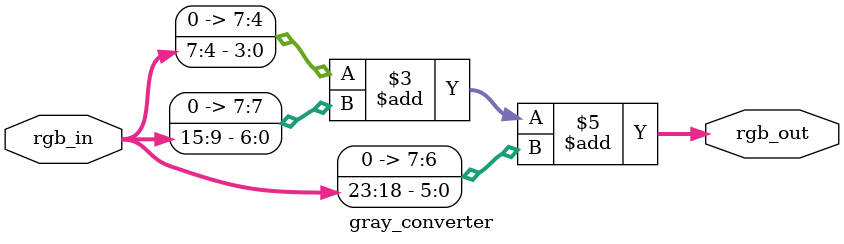
<source format=sv>
module gray_converter(
    input [23:0] rgb_in,
    output [7:0] rgb_out 
);

assign rgb_out = (rgb_in[7:0] >> 4) + (rgb_in[15:8] >> 1) + (rgb_in[23:16] >> 2);

endmodule
</source>
